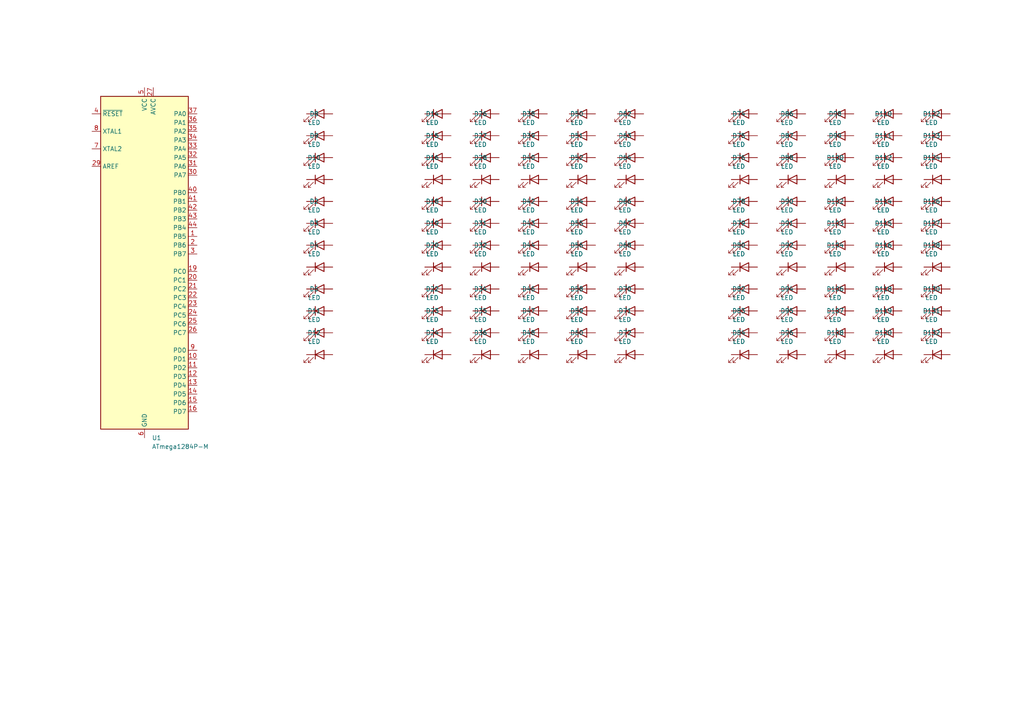
<source format=kicad_sch>
(kicad_sch (version 20250114) (generator "eeschema") (generator_version "9.0")
  (paper "A4")
  (lib_symbols
    (symbol "Device:LED" (pin_numbers (hide yes)) (pin_names (offset 1.016) (hide yes))
      (property "Reference" "D" (at 0 2.54 0))
      (property "Value" "LED" (at 0 -2.54 0))
      (symbol "LED_0_1"
        (polyline (pts (xy -3.048 -0.762) (xy -4.572 -2.286) (xy -3.81 -2.286) (xy -4.572 -2.286) (xy -4.572 -1.524)))
        (polyline (pts (xy -1.778 -0.762) (xy -3.302 -2.286) (xy -2.54 -2.286) (xy -3.302 -2.286) (xy -3.302 -1.524)))
        (polyline (pts (xy -1.27 0) (xy 1.27 0)))
        (polyline (pts (xy -1.27 -1.27) (xy -1.27 1.27)) (stroke (width 0.254)))
        (polyline (pts (xy 1.27 -1.27) (xy 1.27 1.27) (xy -1.27 0) (xy 1.27 -1.27)) (stroke (width 0.254)))
      )
      (symbol "LED_1_1"
        (pin passive line (at -3.81 0 0) (length 2.54) (name "K") (number "1"))
        (pin passive line (at 3.81 0 180) (length 2.54) (name "A") (number "2"))
      )
    )
    (symbol "MCU_Microchip_ATmega:ATmega1284P-M"
      (property "Reference" "U" (at -12.7 49.53 0))
      (property "Value" "ATmega1284P-M" (at 2.54 -49.53 0))
      (symbol "ATmega1284P-M_0_1"
        (rectangle (start -12.7 -48.26) (end 12.7 48.26) (stroke (width 0.254)) (fill (type background)))
      )
      (symbol "ATmega1284P-M_1_1"
        (pin input line (at -15.24 43.18 0) (length 2.54) (name "~{RESET}") (number "4"))
        (pin input line (at -15.24 38.1 0) (length 2.54) (name "XTAL1") (number "8"))
        (pin output line (at -15.24 33.02 0) (length 2.54) (name "XTAL2") (number "7"))
        (pin passive line (at -15.24 27.94 0) (length 2.54) (name "AREF") (number "29"))
        (pin passive line (at 0 50.8 270) (length 2.54) (hide yes) (name "VCC") (number "17"))
        (pin passive line (at 0 50.8 270) (length 2.54) (hide yes) (name "VCC") (number "38"))
        (pin power_in line (at 0 50.8 270) (length 2.54) (name "VCC") (number "5"))
        (pin passive line (at 0 -50.8 90) (length 2.54) (hide yes) (name "GND") (number "18"))
        (pin passive line (at 0 -50.8 90) (length 2.54) (hide yes) (name "GND") (number "28"))
        (pin passive line (at 0 -50.8 90) (length 2.54) (hide yes) (name "GND") (number "39"))
        (pin passive line (at 0 -50.8 90) (length 2.54) (hide yes) (name "GND") (number "45"))
        (pin power_in line (at 0 -50.8 90) (length 2.54) (name "GND") (number "6"))
        (pin power_in line (at 2.54 50.8 270) (length 2.54) (name "AVCC") (number "27"))
        (pin bidirectional line (at 15.24 43.18 180) (length 2.54) (name "PA0") (number "37"))
        (pin bidirectional line (at 15.24 40.64 180) (length 2.54) (name "PA1") (number "36"))
        (pin bidirectional line (at 15.24 38.1 180) (length 2.54) (name "PA2") (number "35"))
        (pin bidirectional line (at 15.24 35.56 180) (length 2.54) (name "PA3") (number "34"))
        (pin bidirectional line (at 15.24 33.02 180) (length 2.54) (name "PA4") (number "33"))
        (pin bidirectional line (at 15.24 30.48 180) (length 2.54) (name "PA5") (number "32"))
        (pin bidirectional line (at 15.24 27.94 180) (length 2.54) (name "PA6") (number "31"))
        (pin bidirectional line (at 15.24 25.4 180) (length 2.54) (name "PA7") (number "30"))
        (pin bidirectional line (at 15.24 20.32 180) (length 2.54) (name "PB0") (number "40"))
        (pin bidirectional line (at 15.24 17.78 180) (length 2.54) (name "PB1") (number "41"))
        (pin bidirectional line (at 15.24 15.24 180) (length 2.54) (name "PB2") (number "42"))
        (pin bidirectional line (at 15.24 12.7 180) (length 2.54) (name "PB3") (number "43"))
        (pin bidirectional line (at 15.24 10.16 180) (length 2.54) (name "PB4") (number "44"))
        (pin bidirectional line (at 15.24 7.62 180) (length 2.54) (name "PB5") (number "1"))
        (pin bidirectional line (at 15.24 5.08 180) (length 2.54) (name "PB6") (number "2"))
        (pin bidirectional line (at 15.24 2.54 180) (length 2.54) (name "PB7") (number "3"))
        (pin bidirectional line (at 15.24 -2.54 180) (length 2.54) (name "PC0") (number "19"))
        (pin bidirectional line (at 15.24 -5.08 180) (length 2.54) (name "PC1") (number "20"))
        (pin bidirectional line (at 15.24 -7.62 180) (length 2.54) (name "PC2") (number "21"))
        (pin bidirectional line (at 15.24 -10.16 180) (length 2.54) (name "PC3") (number "22"))
        (pin bidirectional line (at 15.24 -12.7 180) (length 2.54) (name "PC4") (number "23"))
        (pin bidirectional line (at 15.24 -15.24 180) (length 2.54) (name "PC5") (number "24"))
        (pin bidirectional line (at 15.24 -17.78 180) (length 2.54) (name "PC6") (number "25"))
        (pin bidirectional line (at 15.24 -20.32 180) (length 2.54) (name "PC7") (number "26"))
        (pin bidirectional line (at 15.24 -25.4 180) (length 2.54) (name "PD0") (number "9"))
        (pin bidirectional line (at 15.24 -27.94 180) (length 2.54) (name "PD1") (number "10"))
        (pin bidirectional line (at 15.24 -30.48 180) (length 2.54) (name "PD2") (number "11"))
        (pin bidirectional line (at 15.24 -33.02 180) (length 2.54) (name "PD3") (number "12"))
        (pin bidirectional line (at 15.24 -35.56 180) (length 2.54) (name "PD4") (number "13"))
        (pin bidirectional line (at 15.24 -38.1 180) (length 2.54) (name "PD5") (number "14"))
        (pin bidirectional line (at 15.24 -40.64 180) (length 2.54) (name "PD6") (number "15"))
        (pin bidirectional line (at 15.24 -43.18 180) (length 2.54) (name "PD7") (number "16"))
      )
    )
  )
  (symbol (lib_id "Device:LED") (at 215.9 58.42 0) (unit 1)
    (property "Reference" "D77" (effects (hide yes)))
    (property "Value" "LED" (effects (hide yes)))
    (property "Description" "Light emitting diode" (effects (hide yes)))
    (property "Sim.Pins" "1=K 2=A" (effects (hide yes)))
  )
  (symbol (lib_id "Device:LED") (at 92.71 52.07 0) (unit 1)
    (property "Reference" "D10" (at 91.1225 45.72 0))
    (property "Value" "LED" (at 91.1225 48.26 0))
    (property "Description" "Light emitting diode" (effects (hide yes)))
    (property "Sim.Pins" "1=K 2=A" (effects (hide yes)))
  )
  (symbol (lib_id "Device:LED") (at 243.84 64.77 0) (unit 1)
    (property "Reference" "D102" (at 242.2525 58.42 0))
    (property "Value" "LED" (at 242.2525 60.96 0))
    (property "Description" "Light emitting diode" (effects (hide yes)))
    (property "Sim.Pins" "1=K 2=A" (effects (hide yes)))
  )
  (symbol (lib_id "Device:LED") (at 154.94 52.07 0) (unit 1)
    (property "Reference" "D40" (at 153.3525 45.72 0))
    (property "Value" "LED" (at 153.3525 48.26 0))
    (property "Description" "Light emitting diode" (effects (hide yes)))
    (property "Sim.Pins" "1=K 2=A" (effects (hide yes)))
  )
  (symbol (lib_id "Device:LED") (at 215.9 90.17 0) (unit 1)
    (property "Reference" "D82" (at 214.3125 83.82 0))
    (property "Value" "LED" (at 214.3125 86.36 0))
    (property "Description" "Light emitting diode" (effects (hide yes)))
    (property "Sim.Pins" "1=K 2=A" (effects (hide yes)))
  )
  (symbol (lib_id "Device:LED") (at 257.81 71.12 0) (unit 1)
    (property "Reference" "D115" (at 256.2225 64.77 0))
    (property "Value" "LED" (at 256.2225 67.31 0))
    (property "Description" "Light emitting diode" (effects (hide yes)))
    (property "Sim.Pins" "1=K 2=A" (effects (hide yes)))
  )
  (symbol (lib_id "Device:LED") (at 243.84 45.72 0) (unit 1)
    (property "Reference" "D99" (at 242.2525 39.37 0))
    (property "Value" "LED" (at 242.2525 41.91 0))
    (property "Description" "Light emitting diode" (effects (hide yes)))
    (property "Sim.Pins" "1=K 2=A" (effects (hide yes)))
  )
  (symbol (lib_id "Device:LED") (at 154.94 45.72 0) (unit 1)
    (property "Reference" "D39" (at 153.3525 39.37 0))
    (property "Value" "LED" (at 153.3525 41.91 0))
    (property "Description" "Light emitting diode" (effects (hide yes)))
    (property "Sim.Pins" "1=K 2=A" (effects (hide yes)))
  )
  (symbol (lib_id "Device:LED") (at 215.9 77.47 0) (unit 1)
    (property "Reference" "D80" (at 214.3125 71.12 0))
    (property "Value" "LED" (at 214.3125 73.66 0))
    (property "Description" "Light emitting diode" (effects (hide yes)))
    (property "Sim.Pins" "1=K 2=A" (effects (hide yes)))
  )
  (symbol (lib_id "Device:LED") (at 257.81 90.17 0) (unit 1)
    (property "Reference" "D118" (at 256.2225 83.82 0))
    (property "Value" "LED" (at 256.2225 86.36 0))
    (property "Description" "Light emitting diode" (effects (hide yes)))
    (property "Sim.Pins" "1=K 2=A" (effects (hide yes)))
  )
  (symbol (lib_id "Device:LED") (at 140.97 77.47 0) (unit 1)
    (property "Reference" "D32" (at 139.3825 71.12 0))
    (property "Value" "LED" (at 139.3825 73.66 0))
    (property "Description" "Light emitting diode" (effects (hide yes)))
    (property "Sim.Pins" "1=K 2=A" (effects (hide yes)))
  )
  (symbol (lib_id "Device:LED") (at 215.9 102.87 0) (unit 1)
    (property "Reference" "D84" (at 214.3125 96.52 0))
    (property "Value" "LED" (at 214.3125 99.06 0))
    (property "Description" "Light emitting diode" (effects (hide yes)))
    (property "Sim.Pins" "1=K 2=A" (effects (hide yes)))
  )
  (symbol (lib_id "Device:LED") (at 257.81 52.07 0) (unit 1)
    (property "Reference" "D112" (at 256.2225 45.72 0))
    (property "Value" "LED" (at 256.2225 48.26 0))
    (property "Description" "Light emitting diode" (effects (hide yes)))
    (property "Sim.Pins" "1=K 2=A" (effects (hide yes)))
  )
  (symbol (lib_id "Device:LED") (at 182.88 64.77 0) (unit 1)
    (property "Reference" "D66" (at 181.2925 58.42 0))
    (property "Value" "LED" (at 181.2925 60.96 0))
    (property "Description" "Light emitting diode" (effects (hide yes)))
    (property "Sim.Pins" "1=K 2=A" (effects (hide yes)))
  )
  (symbol (lib_id "Device:LED") (at 127 64.77 0) (unit 1)
    (property "Reference" "D18" (at 125.4125 58.42 0))
    (property "Value" "LED" (at 125.4125 60.96 0))
    (property "Description" "Light emitting diode" (effects (hide yes)))
    (property "Sim.Pins" "1=K 2=A" (effects (hide yes)))
  )
  (symbol (lib_id "Device:LED") (at 168.91 45.72 0) (unit 1)
    (property "Reference" "D51" (at 167.3225 39.37 0))
    (property "Value" "LED" (at 167.3225 41.91 0))
    (property "Description" "Light emitting diode" (effects (hide yes)))
    (property "Sim.Pins" "1=K 2=A" (effects (hide yes)))
  )
  (symbol (lib_id "Device:LED") (at 215.9 64.77 0) (unit 1)
    (property "Reference" "D78" (at 214.3125 58.42 0))
    (property "Value" "LED" (at 214.3125 60.96 0))
    (property "Description" "Light emitting diode" (effects (hide yes)))
    (property "Sim.Pins" "1=K 2=A" (effects (hide yes)))
  )
  (symbol (lib_id "Device:LED") (at 182.88 45.72 0) (unit 1)
    (property "Reference" "D63" (at 181.2925 39.37 0))
    (property "Value" "LED" (at 181.2925 41.91 0))
    (property "Description" "Light emitting diode" (effects (hide yes)))
    (property "Sim.Pins" "1=K 2=A" (effects (hide yes)))
  )
  (symbol (lib_id "Device:LED") (at 243.84 90.17 0) (unit 1)
    (property "Reference" "D106" (at 242.2525 83.82 0))
    (property "Value" "LED" (at 242.2525 86.36 0))
    (property "Description" "Light emitting diode" (effects (hide yes)))
    (property "Sim.Pins" "1=K 2=A" (effects (hide yes)))
  )
  (symbol (lib_id "Device:LED") (at 243.84 58.42 0) (unit 1)
    (property "Reference" "D101" (effects (hide yes)))
    (property "Value" "LED" (effects (hide yes)))
    (property "Description" "Light emitting diode" (effects (hide yes)))
    (property "Sim.Pins" "1=K 2=A" (effects (hide yes)))
  )
  (symbol (lib_id "Device:LED") (at 229.87 58.42 0) (unit 1)
    (property "Reference" "D89" (effects (hide yes)))
    (property "Value" "LED" (effects (hide yes)))
    (property "Description" "Light emitting diode" (effects (hide yes)))
    (property "Sim.Pins" "1=K 2=A" (effects (hide yes)))
  )
  (symbol (lib_id "Device:LED") (at 215.9 96.52 0) (unit 1)
    (property "Reference" "D83" (at 214.3125 90.17 0))
    (property "Value" "LED" (at 214.3125 92.71 0))
    (property "Description" "Light emitting diode" (effects (hide yes)))
    (property "Sim.Pins" "1=K 2=A" (effects (hide yes)))
  )
  (symbol (lib_id "Device:LED") (at 243.84 39.37 0) (unit 1)
    (property "Reference" "D98" (at 242.2525 33.02 0))
    (property "Value" "LED" (at 242.2525 35.56 0))
    (property "Description" "Light emitting diode" (effects (hide yes)))
    (property "Sim.Pins" "1=K 2=A" (effects (hide yes)))
  )
  (symbol (lib_id "Device:LED") (at 154.94 58.42 0) (unit 1)
    (property "Reference" "D41" (effects (hide yes)))
    (property "Value" "LED" (effects (hide yes)))
    (property "Description" "Light emitting diode" (effects (hide yes)))
    (property "Sim.Pins" "1=K 2=A" (effects (hide yes)))
  )
  (symbol (lib_id "Device:LED") (at 229.87 39.37 0) (unit 1)
    (property "Reference" "D86" (at 228.2825 33.02 0))
    (property "Value" "LED" (at 228.2825 35.56 0))
    (property "Description" "Light emitting diode" (effects (hide yes)))
    (property "Sim.Pins" "1=K 2=A" (effects (hide yes)))
  )
  (symbol (lib_id "Device:LED") (at 92.71 58.42 0) (unit 1)
    (property "Reference" "D1" (effects (hide yes)))
    (property "Value" "LED" (effects (hide yes)))
    (property "Description" "Light emitting diode" (effects (hide yes)))
    (property "Sim.Pins" "1=K 2=A" (effects (hide yes)))
  )
  (symbol (lib_id "Device:LED") (at 168.91 96.52 0) (unit 1)
    (property "Reference" "D59" (at 167.3225 90.17 0))
    (property "Value" "LED" (at 167.3225 92.71 0))
    (property "Description" "Light emitting diode" (effects (hide yes)))
    (property "Sim.Pins" "1=K 2=A" (effects (hide yes)))
  )
  (symbol (lib_id "Device:LED") (at 229.87 33.02 0) (unit 1)
    (property "Reference" "D85" (effects (hide yes)))
    (property "Value" "LED" (effects (hide yes)))
    (property "Description" "Light emitting diode" (effects (hide yes)))
    (property "Sim.Pins" "1=K 2=A" (effects (hide yes)))
  )
  (symbol (lib_id "Device:LED") (at 92.71 77.47 0) (unit 1)
    (property "Reference" "D4" (at 91.1225 71.12 0))
    (property "Value" "LED" (at 91.1225 73.66 0))
    (property "Description" "Light emitting diode" (effects (hide yes)))
    (property "Sim.Pins" "1=K 2=A" (effects (hide yes)))
  )
  (symbol (lib_id "Device:LED") (at 257.81 64.77 0) (unit 1)
    (property "Reference" "D114" (at 256.2225 58.42 0))
    (property "Value" "LED" (at 256.2225 60.96 0))
    (property "Description" "Light emitting diode" (effects (hide yes)))
    (property "Sim.Pins" "1=K 2=A" (effects (hide yes)))
  )
  (symbol (lib_id "Device:LED") (at 127 77.47 0) (unit 1)
    (property "Reference" "D20" (at 125.4125 71.12 0))
    (property "Value" "LED" (at 125.4125 73.66 0))
    (property "Description" "Light emitting diode" (effects (hide yes)))
    (property "Sim.Pins" "1=K 2=A" (effects (hide yes)))
  )
  (symbol (lib_id "Device:LED") (at 229.87 83.82 0) (unit 1)
    (property "Reference" "D93" (effects (hide yes)))
    (property "Value" "LED" (effects (hide yes)))
    (property "Description" "Light emitting diode" (effects (hide yes)))
    (property "Sim.Pins" "1=K 2=A" (effects (hide yes)))
  )
  (symbol (lib_id "Device:LED") (at 215.9 33.02 0) (unit 1)
    (property "Reference" "D73" (effects (hide yes)))
    (property "Value" "LED" (effects (hide yes)))
    (property "Description" "Light emitting diode" (effects (hide yes)))
    (property "Sim.Pins" "1=K 2=A" (effects (hide yes)))
  )
  (symbol (lib_id "Device:LED") (at 243.84 96.52 0) (unit 1)
    (property "Reference" "D107" (at 242.2525 90.17 0))
    (property "Value" "LED" (at 242.2525 92.71 0))
    (property "Description" "Light emitting diode" (effects (hide yes)))
    (property "Sim.Pins" "1=K 2=A" (effects (hide yes)))
  )
  (symbol (lib_id "Device:LED") (at 168.91 90.17 0) (unit 1)
    (property "Reference" "D58" (at 167.3225 83.82 0))
    (property "Value" "LED" (at 167.3225 86.36 0))
    (property "Description" "Light emitting diode" (effects (hide yes)))
    (property "Sim.Pins" "1=K 2=A" (effects (hide yes)))
  )
  (symbol (lib_id "Device:LED") (at 229.87 102.87 0) (unit 1)
    (property "Reference" "D96" (at 228.2825 96.52 0))
    (property "Value" "LED" (at 228.2825 99.06 0))
    (property "Description" "Light emitting diode" (effects (hide yes)))
    (property "Sim.Pins" "1=K 2=A" (effects (hide yes)))
  )
  (symbol (lib_id "Device:LED") (at 92.71 96.52 0) (unit 1)
    (property "Reference" "D11" (at 91.1225 90.17 0))
    (property "Value" "LED" (at 91.1225 92.71 0))
    (property "Description" "Light emitting diode" (effects (hide yes)))
    (property "Sim.Pins" "1=K 2=A" (effects (hide yes)))
  )
  (symbol (lib_id "Device:LED") (at 182.88 39.37 0) (unit 1)
    (property "Reference" "D62" (at 181.2925 33.02 0))
    (property "Value" "LED" (at 181.2925 35.56 0))
    (property "Description" "Light emitting diode" (effects (hide yes)))
    (property "Sim.Pins" "1=K 2=A" (effects (hide yes)))
  )
  (symbol (lib_id "Device:LED") (at 154.94 71.12 0) (unit 1)
    (property "Reference" "D43" (at 153.3525 64.77 0))
    (property "Value" "LED" (at 153.3525 67.31 0))
    (property "Description" "Light emitting diode" (effects (hide yes)))
    (property "Sim.Pins" "1=K 2=A" (effects (hide yes)))
  )
  (symbol (lib_id "Device:LED") (at 271.78 45.72 0) (unit 1)
    (property "Reference" "D123" (at 270.1925 39.37 0))
    (property "Value" "LED" (at 270.1925 41.91 0))
    (property "Description" "Light emitting diode" (effects (hide yes)))
    (property "Sim.Pins" "1=K 2=A" (effects (hide yes)))
  )
  (symbol (lib_id "Device:LED") (at 271.78 102.87 0) (unit 1)
    (property "Reference" "D132" (at 270.1925 96.52 0))
    (property "Value" "LED" (at 270.1925 99.06 0))
    (property "Description" "Light emitting diode" (effects (hide yes)))
    (property "Sim.Pins" "1=K 2=A" (effects (hide yes)))
  )
  (symbol (lib_id "Device:LED") (at 92.71 64.77 0) (unit 1)
    (property "Reference" "D2" (at 91.1225 58.42 0))
    (property "Value" "LED" (at 91.1225 60.96 0))
    (property "Description" "Light emitting diode" (effects (hide yes)))
    (property "Sim.Pins" "1=K 2=A" (effects (hide yes)))
  )
  (symbol (lib_id "Device:LED") (at 243.84 33.02 0) (unit 1)
    (property "Reference" "D97" (effects (hide yes)))
    (property "Value" "LED" (effects (hide yes)))
    (property "Description" "Light emitting diode" (effects (hide yes)))
    (property "Sim.Pins" "1=K 2=A" (effects (hide yes)))
  )
  (symbol (lib_id "Device:LED") (at 168.91 52.07 0) (unit 1)
    (property "Reference" "D52" (at 167.3225 45.72 0))
    (property "Value" "LED" (at 167.3225 48.26 0))
    (property "Description" "Light emitting diode" (effects (hide yes)))
    (property "Sim.Pins" "1=K 2=A" (effects (hide yes)))
  )
  (symbol (lib_id "Device:LED") (at 127 90.17 0) (unit 1)
    (property "Reference" "D22" (at 125.4125 83.82 0))
    (property "Value" "LED" (at 125.4125 86.36 0))
    (property "Description" "Light emitting diode" (effects (hide yes)))
    (property "Sim.Pins" "1=K 2=A" (effects (hide yes)))
  )
  (symbol (lib_id "Device:LED") (at 271.78 71.12 0) (unit 1)
    (property "Reference" "D127" (at 270.1925 64.77 0))
    (property "Value" "LED" (at 270.1925 67.31 0))
    (property "Description" "Light emitting diode" (effects (hide yes)))
    (property "Sim.Pins" "1=K 2=A" (effects (hide yes)))
  )
  (symbol (lib_id "Device:LED") (at 140.97 39.37 0) (unit 1)
    (property "Reference" "D26" (at 139.3825 33.02 0))
    (property "Value" "LED" (at 139.3825 35.56 0))
    (property "Description" "Light emitting diode" (effects (hide yes)))
    (property "Sim.Pins" "1=K 2=A" (effects (hide yes)))
  )
  (symbol (lib_id "Device:LED") (at 140.97 90.17 0) (unit 1)
    (property "Reference" "D34" (at 139.3825 83.82 0))
    (property "Value" "LED" (at 139.3825 86.36 0))
    (property "Description" "Light emitting diode" (effects (hide yes)))
    (property "Sim.Pins" "1=K 2=A" (effects (hide yes)))
  )
  (symbol (lib_id "Device:LED") (at 229.87 52.07 0) (unit 1)
    (property "Reference" "D88" (at 228.2825 45.72 0))
    (property "Value" "LED" (at 228.2825 48.26 0))
    (property "Description" "Light emitting diode" (effects (hide yes)))
    (property "Sim.Pins" "1=K 2=A" (effects (hide yes)))
  )
  (symbol (lib_id "Device:LED") (at 182.88 58.42 0) (unit 1)
    (property "Reference" "D65" (effects (hide yes)))
    (property "Value" "LED" (effects (hide yes)))
    (property "Description" "Light emitting diode" (effects (hide yes)))
    (property "Sim.Pins" "1=K 2=A" (effects (hide yes)))
  )
  (symbol (lib_id "Device:LED") (at 229.87 71.12 0) (unit 1)
    (property "Reference" "D91" (at 228.2825 64.77 0))
    (property "Value" "LED" (at 228.2825 67.31 0))
    (property "Description" "Light emitting diode" (effects (hide yes)))
    (property "Sim.Pins" "1=K 2=A" (effects (hide yes)))
  )
  (symbol (lib_id "Device:LED") (at 140.97 45.72 0) (unit 1)
    (property "Reference" "D27" (at 139.3825 39.37 0))
    (property "Value" "LED" (at 139.3825 41.91 0))
    (property "Description" "Light emitting diode" (effects (hide yes)))
    (property "Sim.Pins" "1=K 2=A" (effects (hide yes)))
  )
  (symbol (lib_id "Device:LED") (at 215.9 45.72 0) (unit 1)
    (property "Reference" "D75" (at 214.3125 39.37 0))
    (property "Value" "LED" (at 214.3125 41.91 0))
    (property "Description" "Light emitting diode" (effects (hide yes)))
    (property "Sim.Pins" "1=K 2=A" (effects (hide yes)))
  )
  (symbol (lib_id "Device:LED") (at 154.94 83.82 0) (unit 1)
    (property "Reference" "D45" (effects (hide yes)))
    (property "Value" "LED" (effects (hide yes)))
    (property "Description" "Light emitting diode" (effects (hide yes)))
    (property "Sim.Pins" "1=K 2=A" (effects (hide yes)))
  )
  (symbol (lib_id "MCU_Microchip_ATmega:ATmega1284P-M") (at 41.91 76.2 0) (unit 1)
    (property "Reference" "U1" (at 44.0533 127 0) (effects (justify left)))
    (property "Value" "ATmega1284P-M" (at 44.0533 129.54 0) (effects (justify left)))
    (property "Footprint" "Package_DFN_QFN:QFN-44-1EP_7x7mm_P0.5mm_EP5.2x5.2mm" (effects (hide yes)))
    (property "Datasheet" "http://ww1.microchip.com/downloads/en/DeviceDoc/Atmel-8272-8-bit-AVR-microcontroller-ATmega164A_PA-324A_PA-644A_PA-1284_P_datasheet.pdf" (effects (hide yes)))
    (property "Description" "20MHz, 128kB Flash, 16kB SRAM, 4kB EEPROM, JTAG, QFN-44" (effects (hide yes)))
  )
  (symbol (lib_id "Device:LED") (at 271.78 77.47 0) (unit 1)
    (property "Reference" "D128" (at 270.1925 71.12 0))
    (property "Value" "LED" (at 270.1925 73.66 0))
    (property "Description" "Light emitting diode" (effects (hide yes)))
    (property "Sim.Pins" "1=K 2=A" (effects (hide yes)))
  )
  (symbol (lib_id "Device:LED") (at 271.78 90.17 0) (unit 1)
    (property "Reference" "D130" (at 270.1925 83.82 0))
    (property "Value" "LED" (at 270.1925 86.36 0))
    (property "Description" "Light emitting diode" (effects (hide yes)))
    (property "Sim.Pins" "1=K 2=A" (effects (hide yes)))
  )
  (symbol (lib_id "Device:LED") (at 92.71 83.82 0) (unit 1)
    (property "Reference" "D5" (effects (hide yes)))
    (property "Value" "LED" (effects (hide yes)))
    (property "Description" "Light emitting diode" (effects (hide yes)))
    (property "Sim.Pins" "1=K 2=A" (effects (hide yes)))
  )
  (symbol (lib_id "Device:LED") (at 215.9 52.07 0) (unit 1)
    (property "Reference" "D76" (at 214.3125 45.72 0))
    (property "Value" "LED" (at 214.3125 48.26 0))
    (property "Description" "Light emitting diode" (effects (hide yes)))
    (property "Sim.Pins" "1=K 2=A" (effects (hide yes)))
  )
  (symbol (lib_id "Device:LED") (at 257.81 102.87 0) (unit 1)
    (property "Reference" "D120" (at 256.2225 96.52 0))
    (property "Value" "LED" (at 256.2225 99.06 0))
    (property "Description" "Light emitting diode" (effects (hide yes)))
    (property "Sim.Pins" "1=K 2=A" (effects (hide yes)))
  )
  (symbol (lib_id "Device:LED") (at 243.84 83.82 0) (unit 1)
    (property "Reference" "D105" (effects (hide yes)))
    (property "Value" "LED" (effects (hide yes)))
    (property "Description" "Light emitting diode" (effects (hide yes)))
    (property "Sim.Pins" "1=K 2=A" (effects (hide yes)))
  )
  (symbol (lib_id "Device:LED") (at 257.81 96.52 0) (unit 1)
    (property "Reference" "D119" (at 256.2225 90.17 0))
    (property "Value" "LED" (at 256.2225 92.71 0))
    (property "Description" "Light emitting diode" (effects (hide yes)))
    (property "Sim.Pins" "1=K 2=A" (effects (hide yes)))
  )
  (symbol (lib_id "Device:LED") (at 168.91 58.42 0) (unit 1)
    (property "Reference" "D53" (effects (hide yes)))
    (property "Value" "LED" (effects (hide yes)))
    (property "Description" "Light emitting diode" (effects (hide yes)))
    (property "Sim.Pins" "1=K 2=A" (effects (hide yes)))
  )
  (symbol (lib_id "Device:LED") (at 271.78 64.77 0) (unit 1)
    (property "Reference" "D126" (at 270.1925 58.42 0))
    (property "Value" "LED" (at 270.1925 60.96 0))
    (property "Description" "Light emitting diode" (effects (hide yes)))
    (property "Sim.Pins" "1=K 2=A" (effects (hide yes)))
  )
  (symbol (lib_id "Device:LED") (at 182.88 102.87 0) (unit 1)
    (property "Reference" "D72" (at 181.2925 96.52 0))
    (property "Value" "LED" (at 181.2925 99.06 0))
    (property "Description" "Light emitting diode" (effects (hide yes)))
    (property "Sim.Pins" "1=K 2=A" (effects (hide yes)))
  )
  (symbol (lib_id "Device:LED") (at 257.81 77.47 0) (unit 1)
    (property "Reference" "D116" (at 256.2225 71.12 0))
    (property "Value" "LED" (at 256.2225 73.66 0))
    (property "Description" "Light emitting diode" (effects (hide yes)))
    (property "Sim.Pins" "1=K 2=A" (effects (hide yes)))
  )
  (symbol (lib_id "Device:LED") (at 127 71.12 0) (unit 1)
    (property "Reference" "D19" (at 125.4125 64.77 0))
    (property "Value" "LED" (at 125.4125 67.31 0))
    (property "Description" "Light emitting diode" (effects (hide yes)))
    (property "Sim.Pins" "1=K 2=A" (effects (hide yes)))
  )
  (symbol (lib_id "Device:LED") (at 257.81 39.37 0) (unit 1)
    (property "Reference" "D110" (at 256.2225 33.02 0))
    (property "Value" "LED" (at 256.2225 35.56 0))
    (property "Description" "Light emitting diode" (effects (hide yes)))
    (property "Sim.Pins" "1=K 2=A" (effects (hide yes)))
  )
  (symbol (lib_id "Device:LED") (at 271.78 96.52 0) (unit 1)
    (property "Reference" "D131" (at 270.1925 90.17 0))
    (property "Value" "LED" (at 270.1925 92.71 0))
    (property "Description" "Light emitting diode" (effects (hide yes)))
    (property "Sim.Pins" "1=K 2=A" (effects (hide yes)))
  )
  (symbol (lib_id "Device:LED") (at 243.84 71.12 0) (unit 1)
    (property "Reference" "D103" (at 242.2525 64.77 0))
    (property "Value" "LED" (at 242.2525 67.31 0))
    (property "Description" "Light emitting diode" (effects (hide yes)))
    (property "Sim.Pins" "1=K 2=A" (effects (hide yes)))
  )
  (symbol (lib_id "Device:LED") (at 168.91 71.12 0) (unit 1)
    (property "Reference" "D55" (at 167.3225 64.77 0))
    (property "Value" "LED" (at 167.3225 67.31 0))
    (property "Description" "Light emitting diode" (effects (hide yes)))
    (property "Sim.Pins" "1=K 2=A" (effects (hide yes)))
  )
  (symbol (lib_id "Device:LED") (at 92.71 33.02 0) (unit 1)
    (property "Reference" "D7" (effects (hide yes)))
    (property "Value" "LED" (effects (hide yes)))
    (property "Description" "Light emitting diode" (effects (hide yes)))
    (property "Sim.Pins" "1=K 2=A" (effects (hide yes)))
  )
  (symbol (lib_id "Device:LED") (at 182.88 96.52 0) (unit 1)
    (property "Reference" "D71" (at 181.2925 90.17 0))
    (property "Value" "LED" (at 181.2925 92.71 0))
    (property "Description" "Light emitting diode" (effects (hide yes)))
    (property "Sim.Pins" "1=K 2=A" (effects (hide yes)))
  )
  (symbol (lib_id "Device:LED") (at 92.71 102.87 0) (unit 1)
    (property "Reference" "D12" (at 91.1225 96.52 0))
    (property "Value" "LED" (at 91.1225 99.06 0))
    (property "Description" "Light emitting diode" (effects (hide yes)))
    (property "Sim.Pins" "1=K 2=A" (effects (hide yes)))
  )
  (symbol (lib_id "Device:LED") (at 182.88 83.82 0) (unit 1)
    (property "Reference" "D69" (effects (hide yes)))
    (property "Value" "LED" (effects (hide yes)))
    (property "Description" "Light emitting diode" (effects (hide yes)))
    (property "Sim.Pins" "1=K 2=A" (effects (hide yes)))
  )
  (symbol (lib_id "Device:LED") (at 182.88 71.12 0) (unit 1)
    (property "Reference" "D67" (at 181.2925 64.77 0))
    (property "Value" "LED" (at 181.2925 67.31 0))
    (property "Description" "Light emitting diode" (effects (hide yes)))
    (property "Sim.Pins" "1=K 2=A" (effects (hide yes)))
  )
  (symbol (lib_id "Device:LED") (at 168.91 77.47 0) (unit 1)
    (property "Reference" "D56" (at 167.3225 71.12 0))
    (property "Value" "LED" (at 167.3225 73.66 0))
    (property "Description" "Light emitting diode" (effects (hide yes)))
    (property "Sim.Pins" "1=K 2=A" (effects (hide yes)))
  )
  (symbol (lib_id "Device:LED") (at 215.9 39.37 0) (unit 1)
    (property "Reference" "D74" (at 214.3125 33.02 0))
    (property "Value" "LED" (at 214.3125 35.56 0))
    (property "Description" "Light emitting diode" (effects (hide yes)))
    (property "Sim.Pins" "1=K 2=A" (effects (hide yes)))
  )
  (symbol (lib_id "Device:LED") (at 229.87 96.52 0) (unit 1)
    (property "Reference" "D95" (at 228.2825 90.17 0))
    (property "Value" "LED" (at 228.2825 92.71 0))
    (property "Description" "Light emitting diode" (effects (hide yes)))
    (property "Sim.Pins" "1=K 2=A" (effects (hide yes)))
  )
  (symbol (lib_id "Device:LED") (at 168.91 83.82 0) (unit 1)
    (property "Reference" "D57" (effects (hide yes)))
    (property "Value" "LED" (effects (hide yes)))
    (property "Description" "Light emitting diode" (effects (hide yes)))
    (property "Sim.Pins" "1=K 2=A" (effects (hide yes)))
  )
  (symbol (lib_id "Device:LED") (at 168.91 64.77 0) (unit 1)
    (property "Reference" "D54" (at 167.3225 58.42 0))
    (property "Value" "LED" (at 167.3225 60.96 0))
    (property "Description" "Light emitting diode" (effects (hide yes)))
    (property "Sim.Pins" "1=K 2=A" (effects (hide yes)))
  )
  (symbol (lib_id "Device:LED") (at 140.97 64.77 0) (unit 1)
    (property "Reference" "D30" (at 139.3825 58.42 0))
    (property "Value" "LED" (at 139.3825 60.96 0))
    (property "Description" "Light emitting diode" (effects (hide yes)))
    (property "Sim.Pins" "1=K 2=A" (effects (hide yes)))
  )
  (symbol (lib_id "Device:LED") (at 127 39.37 0) (unit 1)
    (property "Reference" "D14" (at 125.4125 33.02 0))
    (property "Value" "LED" (at 125.4125 35.56 0))
    (property "Description" "Light emitting diode" (effects (hide yes)))
    (property "Sim.Pins" "1=K 2=A" (effects (hide yes)))
  )
  (symbol (lib_id "Device:LED") (at 140.97 83.82 0) (unit 1)
    (property "Reference" "D33" (effects (hide yes)))
    (property "Value" "LED" (effects (hide yes)))
    (property "Description" "Light emitting diode" (effects (hide yes)))
    (property "Sim.Pins" "1=K 2=A" (effects (hide yes)))
  )
  (symbol (lib_id "Device:LED") (at 182.88 52.07 0) (unit 1)
    (property "Reference" "D64" (at 181.2925 45.72 0))
    (property "Value" "LED" (at 181.2925 48.26 0))
    (property "Description" "Light emitting diode" (effects (hide yes)))
    (property "Sim.Pins" "1=K 2=A" (effects (hide yes)))
  )
  (symbol (lib_id "Device:LED") (at 140.97 52.07 0) (unit 1)
    (property "Reference" "D28" (at 139.3825 45.72 0))
    (property "Value" "LED" (at 139.3825 48.26 0))
    (property "Description" "Light emitting diode" (effects (hide yes)))
    (property "Sim.Pins" "1=K 2=A" (effects (hide yes)))
  )
  (symbol (lib_id "Device:LED") (at 154.94 96.52 0) (unit 1)
    (property "Reference" "D47" (at 153.3525 90.17 0))
    (property "Value" "LED" (at 153.3525 92.71 0))
    (property "Description" "Light emitting diode" (effects (hide yes)))
    (property "Sim.Pins" "1=K 2=A" (effects (hide yes)))
  )
  (symbol (lib_id "Device:LED") (at 140.97 58.42 0) (unit 1)
    (property "Reference" "D29" (effects (hide yes)))
    (property "Value" "LED" (effects (hide yes)))
    (property "Description" "Light emitting diode" (effects (hide yes)))
    (property "Sim.Pins" "1=K 2=A" (effects (hide yes)))
  )
  (symbol (lib_id "Device:LED") (at 154.94 77.47 0) (unit 1)
    (property "Reference" "D44" (at 153.3525 71.12 0))
    (property "Value" "LED" (at 153.3525 73.66 0))
    (property "Description" "Light emitting diode" (effects (hide yes)))
    (property "Sim.Pins" "1=K 2=A" (effects (hide yes)))
  )
  (symbol (lib_id "Device:LED") (at 154.94 102.87 0) (unit 1)
    (property "Reference" "D48" (at 153.3525 96.52 0))
    (property "Value" "LED" (at 153.3525 99.06 0))
    (property "Description" "Light emitting diode" (effects (hide yes)))
    (property "Sim.Pins" "1=K 2=A" (effects (hide yes)))
  )
  (symbol (lib_id "Device:LED") (at 127 83.82 0) (unit 1)
    (property "Reference" "D21" (effects (hide yes)))
    (property "Value" "LED" (effects (hide yes)))
    (property "Description" "Light emitting diode" (effects (hide yes)))
    (property "Sim.Pins" "1=K 2=A" (effects (hide yes)))
  )
  (symbol (lib_id "Device:LED") (at 168.91 33.02 0) (unit 1)
    (property "Reference" "D49" (effects (hide yes)))
    (property "Value" "LED" (effects (hide yes)))
    (property "Description" "Light emitting diode" (effects (hide yes)))
    (property "Sim.Pins" "1=K 2=A" (effects (hide yes)))
  )
  (symbol (lib_id "Device:LED") (at 271.78 33.02 0) (unit 1)
    (property "Reference" "D121" (effects (hide yes)))
    (property "Value" "LED" (effects (hide yes)))
    (property "Description" "Light emitting diode" (effects (hide yes)))
    (property "Sim.Pins" "1=K 2=A" (effects (hide yes)))
  )
  (symbol (lib_id "Device:LED") (at 127 33.02 0) (unit 1)
    (property "Reference" "D13" (effects (hide yes)))
    (property "Value" "LED" (effects (hide yes)))
    (property "Description" "Light emitting diode" (effects (hide yes)))
    (property "Sim.Pins" "1=K 2=A" (effects (hide yes)))
  )
  (symbol (lib_id "Device:LED") (at 229.87 64.77 0) (unit 1)
    (property "Reference" "D90" (at 228.2825 58.42 0))
    (property "Value" "LED" (at 228.2825 60.96 0))
    (property "Description" "Light emitting diode" (effects (hide yes)))
    (property "Sim.Pins" "1=K 2=A" (effects (hide yes)))
  )
  (symbol (lib_id "Device:LED") (at 215.9 71.12 0) (unit 1)
    (property "Reference" "D79" (at 214.3125 64.77 0))
    (property "Value" "LED" (at 214.3125 67.31 0))
    (property "Description" "Light emitting diode" (effects (hide yes)))
    (property "Sim.Pins" "1=K 2=A" (effects (hide yes)))
  )
  (symbol (lib_id "Device:LED") (at 92.71 45.72 0) (unit 1)
    (property "Reference" "D9" (at 91.1225 39.37 0))
    (property "Value" "LED" (at 91.1225 41.91 0))
    (property "Description" "Light emitting diode" (effects (hide yes)))
    (property "Sim.Pins" "1=K 2=A" (effects (hide yes)))
  )
  (symbol (lib_id "Device:LED") (at 271.78 39.37 0) (unit 1)
    (property "Reference" "D122" (at 270.1925 33.02 0))
    (property "Value" "LED" (at 270.1925 35.56 0))
    (property "Description" "Light emitting diode" (effects (hide yes)))
    (property "Sim.Pins" "1=K 2=A" (effects (hide yes)))
  )
  (symbol (lib_id "Device:LED") (at 182.88 77.47 0) (unit 1)
    (property "Reference" "D68" (at 181.2925 71.12 0))
    (property "Value" "LED" (at 181.2925 73.66 0))
    (property "Description" "Light emitting diode" (effects (hide yes)))
    (property "Sim.Pins" "1=K 2=A" (effects (hide yes)))
  )
  (symbol (lib_id "Device:LED") (at 154.94 39.37 0) (unit 1)
    (property "Reference" "D38" (at 153.3525 33.02 0))
    (property "Value" "LED" (at 153.3525 35.56 0))
    (property "Description" "Light emitting diode" (effects (hide yes)))
    (property "Sim.Pins" "1=K 2=A" (effects (hide yes)))
  )
  (symbol (lib_id "Device:LED") (at 243.84 102.87 0) (unit 1)
    (property "Reference" "D108" (at 242.2525 96.52 0))
    (property "Value" "LED" (at 242.2525 99.06 0))
    (property "Description" "Light emitting diode" (effects (hide yes)))
    (property "Sim.Pins" "1=K 2=A" (effects (hide yes)))
  )
  (symbol (lib_id "Device:LED") (at 92.71 71.12 0) (unit 1)
    (property "Reference" "D3" (at 91.1225 64.77 0))
    (property "Value" "LED" (at 91.1225 67.31 0))
    (property "Description" "Light emitting diode" (effects (hide yes)))
    (property "Sim.Pins" "1=K 2=A" (effects (hide yes)))
  )
  (symbol (lib_id "Device:LED") (at 154.94 64.77 0) (unit 1)
    (property "Reference" "D42" (at 153.3525 58.42 0))
    (property "Value" "LED" (at 153.3525 60.96 0))
    (property "Description" "Light emitting diode" (effects (hide yes)))
    (property "Sim.Pins" "1=K 2=A" (effects (hide yes)))
  )
  (symbol (lib_id "Device:LED") (at 257.81 33.02 0) (unit 1)
    (property "Reference" "D109" (effects (hide yes)))
    (property "Value" "LED" (effects (hide yes)))
    (property "Description" "Light emitting diode" (effects (hide yes)))
    (property "Sim.Pins" "1=K 2=A" (effects (hide yes)))
  )
  (symbol (lib_id "Device:LED") (at 92.71 90.17 0) (unit 1)
    (property "Reference" "D6" (at 91.1225 83.82 0))
    (property "Value" "LED" (at 91.1225 86.36 0))
    (property "Description" "Light emitting diode" (effects (hide yes)))
    (property "Sim.Pins" "1=K 2=A" (effects (hide yes)))
  )
  (symbol (lib_id "Device:LED") (at 140.97 102.87 0) (unit 1)
    (property "Reference" "D36" (at 139.3825 96.52 0))
    (property "Value" "LED" (at 139.3825 99.06 0))
    (property "Description" "Light emitting diode" (effects (hide yes)))
    (property "Sim.Pins" "1=K 2=A" (effects (hide yes)))
  )
  (symbol (lib_id "Device:LED") (at 243.84 52.07 0) (unit 1)
    (property "Reference" "D100" (at 242.2525 45.72 0))
    (property "Value" "LED" (at 242.2525 48.26 0))
    (property "Description" "Light emitting diode" (effects (hide yes)))
    (property "Sim.Pins" "1=K 2=A" (effects (hide yes)))
  )
  (symbol (lib_id "Device:LED") (at 182.88 90.17 0) (unit 1)
    (property "Reference" "D70" (at 181.2925 83.82 0))
    (property "Value" "LED" (at 181.2925 86.36 0))
    (property "Description" "Light emitting diode" (effects (hide yes)))
    (property "Sim.Pins" "1=K 2=A" (effects (hide yes)))
  )
  (symbol (lib_id "Device:LED") (at 243.84 77.47 0) (unit 1)
    (property "Reference" "D104" (at 242.2525 71.12 0))
    (property "Value" "LED" (at 242.2525 73.66 0))
    (property "Description" "Light emitting diode" (effects (hide yes)))
    (property "Sim.Pins" "1=K 2=A" (effects (hide yes)))
  )
  (symbol (lib_id "Device:LED") (at 154.94 33.02 0) (unit 1)
    (property "Reference" "D37" (effects (hide yes)))
    (property "Value" "LED" (effects (hide yes)))
    (property "Description" "Light emitting diode" (effects (hide yes)))
    (property "Sim.Pins" "1=K 2=A" (effects (hide yes)))
  )
  (symbol (lib_id "Device:LED") (at 182.88 33.02 0) (unit 1)
    (property "Reference" "D61" (effects (hide yes)))
    (property "Value" "LED" (effects (hide yes)))
    (property "Description" "Light emitting diode" (effects (hide yes)))
    (property "Sim.Pins" "1=K 2=A" (effects (hide yes)))
  )
  (symbol (lib_id "Device:LED") (at 215.9 83.82 0) (unit 1)
    (property "Reference" "D81" (effects (hide yes)))
    (property "Value" "LED" (effects (hide yes)))
    (property "Description" "Light emitting diode" (effects (hide yes)))
    (property "Sim.Pins" "1=K 2=A" (effects (hide yes)))
  )
  (symbol (lib_id "Device:LED") (at 168.91 102.87 0) (unit 1)
    (property "Reference" "D60" (at 167.3225 96.52 0))
    (property "Value" "LED" (at 167.3225 99.06 0))
    (property "Description" "Light emitting diode" (effects (hide yes)))
    (property "Sim.Pins" "1=K 2=A" (effects (hide yes)))
  )
  (symbol (lib_id "Device:LED") (at 127 102.87 0) (unit 1)
    (property "Reference" "D24" (at 125.4125 96.52 0))
    (property "Value" "LED" (at 125.4125 99.06 0))
    (property "Description" "Light emitting diode" (effects (hide yes)))
    (property "Sim.Pins" "1=K 2=A" (effects (hide yes)))
  )
  (symbol (lib_id "Device:LED") (at 140.97 71.12 0) (unit 1)
    (property "Reference" "D31" (at 139.3825 64.77 0))
    (property "Value" "LED" (at 139.3825 67.31 0))
    (property "Description" "Light emitting diode" (effects (hide yes)))
    (property "Sim.Pins" "1=K 2=A" (effects (hide yes)))
  )
  (symbol (lib_id "Device:LED") (at 140.97 33.02 0) (unit 1)
    (property "Reference" "D25" (effects (hide yes)))
    (property "Value" "LED" (effects (hide yes)))
    (property "Description" "Light emitting diode" (effects (hide yes)))
    (property "Sim.Pins" "1=K 2=A" (effects (hide yes)))
  )
  (symbol (lib_id "Device:LED") (at 229.87 90.17 0) (unit 1)
    (property "Reference" "D94" (at 228.2825 83.82 0))
    (property "Value" "LED" (at 228.2825 86.36 0))
    (property "Description" "Light emitting diode" (effects (hide yes)))
    (property "Sim.Pins" "1=K 2=A" (effects (hide yes)))
  )
  (symbol (lib_id "Device:LED") (at 127 58.42 0) (unit 1)
    (property "Reference" "D17" (effects (hide yes)))
    (property "Value" "LED" (effects (hide yes)))
    (property "Description" "Light emitting diode" (effects (hide yes)))
    (property "Sim.Pins" "1=K 2=A" (effects (hide yes)))
  )
  (symbol (lib_id "Device:LED") (at 127 96.52 0) (unit 1)
    (property "Reference" "D23" (at 125.4125 90.17 0))
    (property "Value" "LED" (at 125.4125 92.71 0))
    (property "Description" "Light emitting diode" (effects (hide yes)))
    (property "Sim.Pins" "1=K 2=A" (effects (hide yes)))
  )
  (symbol (lib_id "Device:LED") (at 127 45.72 0) (unit 1)
    (property "Reference" "D15" (at 125.4125 39.37 0))
    (property "Value" "LED" (at 125.4125 41.91 0))
    (property "Description" "Light emitting diode" (effects (hide yes)))
    (property "Sim.Pins" "1=K 2=A" (effects (hide yes)))
  )
  (symbol (lib_id "Device:LED") (at 229.87 77.47 0) (unit 1)
    (property "Reference" "D92" (at 228.2825 71.12 0))
    (property "Value" "LED" (at 228.2825 73.66 0))
    (property "Description" "Light emitting diode" (effects (hide yes)))
    (property "Sim.Pins" "1=K 2=A" (effects (hide yes)))
  )
  (symbol (lib_id "Device:LED") (at 271.78 83.82 0) (unit 1)
    (property "Reference" "D129" (effects (hide yes)))
    (property "Value" "LED" (effects (hide yes)))
    (property "Description" "Light emitting diode" (effects (hide yes)))
    (property "Sim.Pins" "1=K 2=A" (effects (hide yes)))
  )
  (symbol (lib_id "Device:LED") (at 257.81 58.42 0) (unit 1)
    (property "Reference" "D113" (effects (hide yes)))
    (property "Value" "LED" (effects (hide yes)))
    (property "Description" "Light emitting diode" (effects (hide yes)))
    (property "Sim.Pins" "1=K 2=A" (effects (hide yes)))
  )
  (symbol (lib_id "Device:LED") (at 257.81 45.72 0) (unit 1)
    (property "Reference" "D111" (at 256.2225 39.37 0))
    (property "Value" "LED" (at 256.2225 41.91 0))
    (property "Description" "Light emitting diode" (effects (hide yes)))
    (property "Sim.Pins" "1=K 2=A" (effects (hide yes)))
  )
  (symbol (lib_id "Device:LED") (at 271.78 52.07 0) (unit 1)
    (property "Reference" "D124" (at 270.1925 45.72 0))
    (property "Value" "LED" (at 270.1925 48.26 0))
    (property "Description" "Light emitting diode" (effects (hide yes)))
    (property "Sim.Pins" "1=K 2=A" (effects (hide yes)))
  )
  (symbol (lib_id "Device:LED") (at 92.71 39.37 0) (unit 1)
    (property "Reference" "D8" (at 91.1225 33.02 0))
    (property "Value" "LED" (at 91.1225 35.56 0))
    (property "Description" "Light emitting diode" (effects (hide yes)))
    (property "Sim.Pins" "1=K 2=A" (effects (hide yes)))
  )
  (symbol (lib_id "Device:LED") (at 154.94 90.17 0) (unit 1)
    (property "Reference" "D46" (at 153.3525 83.82 0))
    (property "Value" "LED" (at 153.3525 86.36 0))
    (property "Description" "Light emitting diode" (effects (hide yes)))
    (property "Sim.Pins" "1=K 2=A" (effects (hide yes)))
  )
  (symbol (lib_id "Device:LED") (at 140.97 96.52 0) (unit 1)
    (property "Reference" "D35" (at 139.3825 90.17 0))
    (property "Value" "LED" (at 139.3825 92.71 0))
    (property "Description" "Light emitting diode" (effects (hide yes)))
    (property "Sim.Pins" "1=K 2=A" (effects (hide yes)))
  )
  (symbol (lib_id "Device:LED") (at 168.91 39.37 0) (unit 1)
    (property "Reference" "D50" (at 167.3225 33.02 0))
    (property "Value" "LED" (at 167.3225 35.56 0))
    (property "Description" "Light emitting diode" (effects (hide yes)))
    (property "Sim.Pins" "1=K 2=A" (effects (hide yes)))
  )
  (symbol (lib_id "Device:LED") (at 229.87 45.72 0) (unit 1)
    (property "Reference" "D87" (at 228.2825 39.37 0))
    (property "Value" "LED" (at 228.2825 41.91 0))
    (property "Description" "Light emitting diode" (effects (hide yes)))
    (property "Sim.Pins" "1=K 2=A" (effects (hide yes)))
  )
  (symbol (lib_id "Device:LED") (at 127 52.07 0) (unit 1)
    (property "Reference" "D16" (at 125.4125 45.72 0))
    (property "Value" "LED" (at 125.4125 48.26 0))
    (property "Description" "Light emitting diode" (effects (hide yes)))
    (property "Sim.Pins" "1=K 2=A" (effects (hide yes)))
  )
  (symbol (lib_id "Device:LED") (at 271.78 58.42 0) (unit 1)
    (property "Reference" "D125" (effects (hide yes)))
    (property "Value" "LED" (effects (hide yes)))
    (property "Description" "Light emitting diode" (effects (hide yes)))
    (property "Sim.Pins" "1=K 2=A" (effects (hide yes)))
  )
  (symbol (lib_id "Device:LED") (at 257.81 83.82 0) (unit 1)
    (property "Reference" "D117" (effects (hide yes)))
    (property "Value" "LED" (effects (hide yes)))
    (property "Description" "Light emitting diode" (effects (hide yes)))
    (property "Sim.Pins" "1=K 2=A" (effects (hide yes)))
  )
)
</source>
